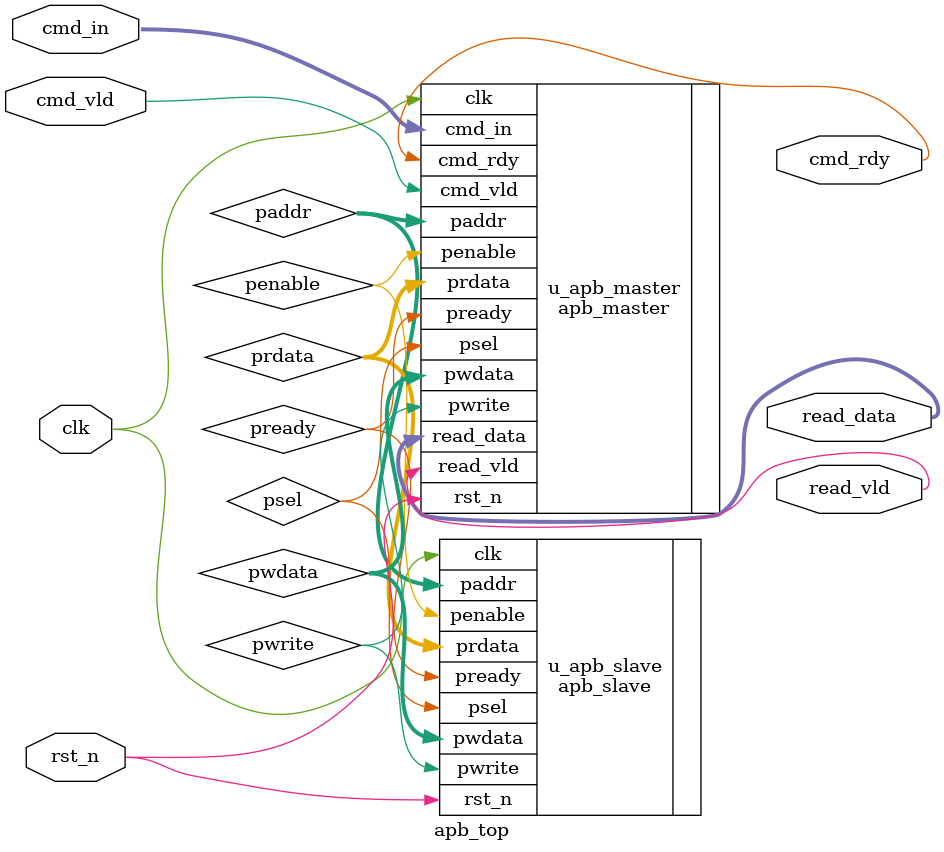
<source format=v>
module apb_top #(
    parameter DATA_WD = 8,
    parameter ADDR_WD = 8 
) (
    input                         clk,
    input                         rst_n,
    input [DATA_WD + ADDR_WD : 0] cmd_in,
    input                         cmd_vld,
    output                        cmd_rdy,
    output                        read_vld,
    output [DATA_WD - 1 : 0]      read_data
);

    wire psel,penable,pwrite,pready;
    wire [DATA_WD - 1 : 0] pwdata;
    wire [ADDR_WD - 1 : 0] paddr;
    wire [DATA_WD - 1 : 0] prdata;

   apb_master  #(
              .DATA_WD(DATA_WD),
              .ADDR_WD(ADDR_WD)
            )u_apb_master(
              .clk(clk),
              .rst_n(rst_n),
              .cmd_in(cmd_in),
              .cmd_vld(cmd_vld),
              .prdata(prdata),
              .pready(pready),
              .cmd_rdy(cmd_rdy),
              .psel(psel),
              .penable(penable),
              .pwrite(pwrite),
              .paddr(paddr),
              .pwdata(pwdata),
              .read_vld(read_vld),
              .read_data(read_data)
            );

   apb_slave  #(
             .DATA_WD(DATA_WD),
             .ADDR_WD(ADDR_WD)
           )u_apb_slave(
             .clk(clk),
             .rst_n(rst_n),
             .psel(psel),
             .penable(penable),
             .pwrite(pwrite),
             .paddr(paddr),
             .pwdata(pwdata),
             .prdata(prdata),
             .pready(pready)
           );

                          
endmodule

</source>
